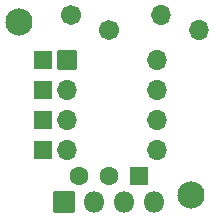
<source format=gbs>
G04 #@! TF.GenerationSoftware,KiCad,Pcbnew,(6.0.0-0)*
G04 #@! TF.CreationDate,2022-08-07T14:26:41+01:00*
G04 #@! TF.ProjectId,VR-Conditioner-MAX9926+reg,56522d43-6f6e-4646-9974-696f6e65722d,3.72*
G04 #@! TF.SameCoordinates,PX68c4118PY713e7a8*
G04 #@! TF.FileFunction,Soldermask,Bot*
G04 #@! TF.FilePolarity,Negative*
%FSLAX46Y46*%
G04 Gerber Fmt 4.6, Leading zero omitted, Abs format (unit mm)*
G04 Created by KiCad (PCBNEW (6.0.0-0)) date 2022-08-07 14:26:41*
%MOMM*%
%LPD*%
G01*
G04 APERTURE LIST*
G04 Aperture macros list*
%AMRoundRect*
0 Rectangle with rounded corners*
0 $1 Rounding radius*
0 $2 $3 $4 $5 $6 $7 $8 $9 X,Y pos of 4 corners*
0 Add a 4 corners polygon primitive as box body*
4,1,4,$2,$3,$4,$5,$6,$7,$8,$9,$2,$3,0*
0 Add four circle primitives for the rounded corners*
1,1,$1+$1,$2,$3*
1,1,$1+$1,$4,$5*
1,1,$1+$1,$6,$7*
1,1,$1+$1,$8,$9*
0 Add four rect primitives between the rounded corners*
20,1,$1+$1,$2,$3,$4,$5,0*
20,1,$1+$1,$4,$5,$6,$7,0*
20,1,$1+$1,$6,$7,$8,$9,0*
20,1,$1+$1,$8,$9,$2,$3,0*%
G04 Aperture macros list end*
%ADD10RoundRect,0.050800X-0.800000X-0.800000X0.800000X-0.800000X0.800000X0.800000X-0.800000X0.800000X0*%
%ADD11O,1.701600X1.701600*%
%ADD12C,1.701600*%
%ADD13C,2.301600*%
%ADD14RoundRect,0.050800X-0.850000X0.850000X-0.850000X-0.850000X0.850000X-0.850000X0.850000X0.850000X0*%
%ADD15O,1.801600X1.801600*%
%ADD16RoundRect,0.050800X0.750000X-0.750000X0.750000X0.750000X-0.750000X0.750000X-0.750000X-0.750000X0*%
%ADD17C,1.601600*%
%ADD18RoundRect,0.050800X0.750000X0.750000X-0.750000X0.750000X-0.750000X-0.750000X0.750000X-0.750000X0*%
G04 APERTURE END LIST*
D10*
G04 #@! TO.C,J3*
X9207500Y16510000D03*
D11*
X9207500Y13970000D03*
X9207500Y11430000D03*
X9207500Y8890000D03*
X16827500Y8890000D03*
X16827500Y11430000D03*
X16827500Y13970000D03*
X16827500Y16510000D03*
G04 #@! TD*
D12*
G04 #@! TO.C,R13*
X9525000Y20320000D03*
D11*
X17145000Y20320000D03*
G04 #@! TD*
D12*
G04 #@! TO.C,R23*
X12700000Y19050000D03*
D11*
X20320000Y19050000D03*
G04 #@! TD*
D13*
G04 #@! TO.C,H1*
X19685000Y5080000D03*
G04 #@! TD*
G04 #@! TO.C,H2*
X5080000Y19685000D03*
G04 #@! TD*
D14*
G04 #@! TO.C,J2*
X8890000Y4445000D03*
D15*
X11430000Y4445000D03*
X13970000Y4445000D03*
X16510000Y4445000D03*
G04 #@! TD*
D16*
G04 #@! TO.C,U2*
X15240000Y6650000D03*
D17*
X12700000Y6650000D03*
X10160000Y6650000D03*
G04 #@! TD*
D18*
G04 #@! TO.C,TP4*
X7112000Y8890000D03*
G04 #@! TD*
G04 #@! TO.C,TP3*
X7112000Y11430000D03*
G04 #@! TD*
G04 #@! TO.C,TP2*
X7112000Y13970000D03*
G04 #@! TD*
G04 #@! TO.C,TP1*
X7112000Y16510000D03*
G04 #@! TD*
M02*

</source>
